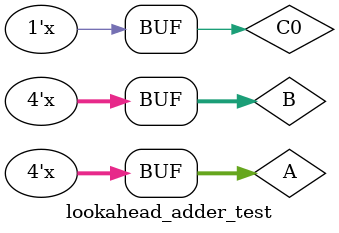
<source format=v>
`timescale 1ns / 1ps


module lookahead_adder_test(
    );
    reg [3:0] A,B;
    reg C0;
    wire [3:0] F;
    wire C4;
    
    lookaheadadd_4 uut(         //´´½¨ËÄÎ»³¬Ç°½øÎ»¼Ó·¨Æ÷¶ÔÏóuut
        .A(A),
        .B(B),
        .C0(C0),
        .C4(C4),
        .F(F)
    );
    
    initial begin
        A=0;B=0;C0=0;           //´ÓÊäÈëÎªA=0;B=0;CI=0¿ªÊ¼£¬Ã¿¸ô#100µÄÊ±¼ä£¬Ã¿´ÎÊ¹²âÊÔÊý¾Ý+1
    end
    always #100 {C0,A,B}={C0,A,B}+1;
endmodule


</source>
